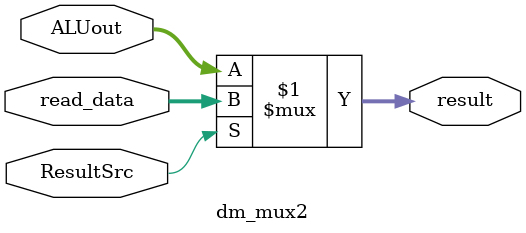
<source format=sv>
module dm_mux2 #( //This is the mux for the data memory, again I could probably use 1 MUX with like consistent Input/Output instead
    parameter   WIDTH = 32,
)(
    input logic [WIDTH-1:0]     read_data,
    input logic [WIDTH-1:0]     ALUout,
    input logic                 ResultSrc,
    output logic [WIDTH-1:0]    result
);

assign result = ResultSrc ? read_data : ALUout; //Conditional if Read_data true = read_data, else = ALUout
// Very standard mux2, 32 bits but this is for the mux for result either, ALUresult skips or it gets data from data_memory

endmodule

</source>
